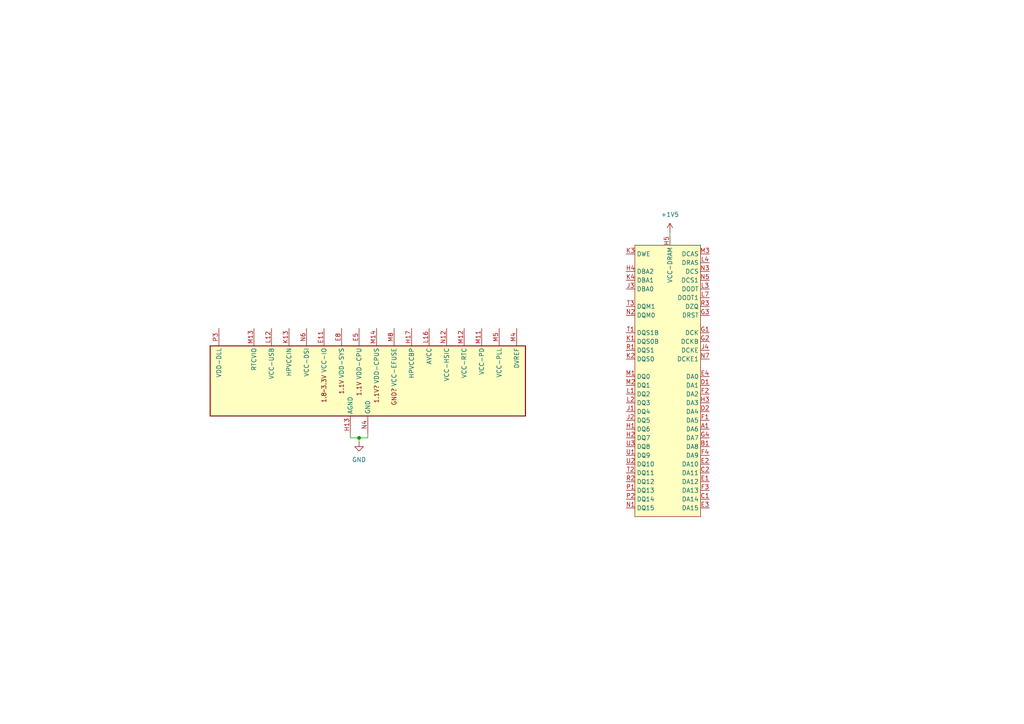
<source format=kicad_sch>
(kicad_sch (version 20250114) (generator "eeschema") (generator_version "9.0")
  (paper "A4")
  (title_block (title "Slate") (date "2025-06-07") (rev "v1.0") (company "Chengyin Yao (Cyao)") (comment 1 "https://github.com/cheyao/slate"))
  (lib_symbols
    (symbol "A33_1"
      (symbol "A33_1_1_1"
        (rectangle (start -43.18 10.16) (end 48.26 -10.16) (stroke (width 0.3048)) (fill (type background)))
        (text "1.8~3.3V" (at -10.16 -2.286 900) (effects (font (size 1.27 1.27))))
        (text "1.1V" (at -5.08 -1.778 900) (effects (font (size 1.27 1.27))))
        (text "1.1V" (at 0 -2.286 900) (effects (font (size 1.27 1.27))))
        (text "1.1V?" (at 5.08 -3.81 900) (effects (font (size 1.27 1.27))))
        (text "GND?" (at 10.16 -4.572 900) (effects (font (size 1.27 1.27))))
        (pin power_in line (at -40.64 15.24 270) (length 5.08) (name "VDD-DLL") (number "P3"))
        (pin power_in line (at -30.48 15.24 270) (length 5.08) (name "RTCVIO") (number "M13"))
        (pin power_in line (at -25.4 15.24 270) (length 5.08) (name "VCC-USB") (number "L12"))
        (pin power_in line (at -20.32 15.24 270) (length 5.08) (name "HPVCCIN") (number "K13"))
        (pin power_in line (at -15.24 15.24 270) (length 5.08) (name "VCC-DSI") (number "N6"))
        (pin power_in line (at -10.16 15.24 270) (length 5.08) (name "VCC-IO") (number "E11"))
        (pin power_in line (at -10.16 15.24 270) (length 5.08) (hide yes) (name "VCC-IO") (number "E12"))
        (pin power_in line (at -10.16 15.24 270) (length 5.08) (hide yes) (name "VCC-IO") (number "F11"))
        (pin power_in line (at -10.16 15.24 270) (length 5.08) (hide yes) (name "VCC-IO") (number "F12"))
        (pin power_in line (at -10.16 15.24 270) (length 5.08) (hide yes) (name "VCC-IO") (number "G12"))
        (pin power_in line (at -5.08 15.24 270) (length 5.08) (hide yes) (name "VDD-SYS") (number "E10"))
        (pin power_in line (at -5.08 15.24 270) (length 5.08) (name "VDD-SYS") (number "E8"))
        (pin power_in line (at -5.08 15.24 270) (length 5.08) (hide yes) (name "VDD-SYS") (number "E9"))
        (pin power_in line (at -5.08 15.24 270) (length 5.08) (hide yes) (name "VDD-SYS") (number "K6"))
        (pin power_in line (at -5.08 15.24 270) (length 5.08) (hide yes) (name "VDD-SYS") (number "L6"))
        (pin power_in line (at -5.08 15.24 270) (length 5.08) (hide yes) (name "VDD-SYS") (number "M6"))
        (pin power_in line (at -5.08 15.24 270) (length 5.08) (hide yes) (name "VDD-SYS") (number "M7"))
        (pin power_in line (at -5.08 15.24 270) (length 5.08) (hide yes) (name "VDD-SYS") (number "N10"))
        (pin power_in line (at -5.08 15.24 270) (length 5.08) (hide yes) (name "VDD-SYS") (number "N8"))
        (pin power_in line (at -5.08 15.24 270) (length 5.08) (hide yes) (name "VDD-SYS") (number "N9"))
        (pin power_in line (at -2.54 -15.24 90) (length 5.08) (name "AGND") (number "H13"))
        (pin power_in line (at 0 15.24 270) (length 5.08) (name "VDD-CPU") (number "E5"))
        (pin power_in line (at 0 15.24 270) (length 5.08) (hide yes) (name "VDD-CPU") (number "E6"))
        (pin power_in line (at 0 15.24 270) (length 5.08) (hide yes) (name "VDD-CPU") (number "E7"))
        (pin power_in line (at 0 15.24 270) (length 5.08) (hide yes) (name "VDD-CPU") (number "F5"))
        (pin power_in line (at 0 15.24 270) (length 5.08) (hide yes) (name "VDD-CPU") (number "F6"))
        (pin power_in line (at 0 15.24 270) (length 5.08) (hide yes) (name "VDD-CPU") (number "F7"))
        (pin power_in line (at 0 15.24 270) (length 5.08) (hide yes) (name "VDD-CPU") (number "G5"))
        (pin power_in line (at 0 15.24 270) (length 5.08) (hide yes) (name "VDD-CPU") (number "G6"))
        (pin power_in line (at 2.54 -15.24 90) (length 5.08) (hide yes) (name "GND") (number "F10"))
        (pin power_in line (at 2.54 -15.24 90) (length 5.08) (hide yes) (name "GND") (number "F8"))
        (pin power_in line (at 2.54 -15.24 90) (length 5.08) (hide yes) (name "GND") (number "F9"))
        (pin power_in line (at 2.54 -15.24 90) (length 5.08) (hide yes) (name "GND") (number "G10"))
        (pin power_in line (at 2.54 -15.24 90) (length 5.08) (hide yes) (name "GND") (number "G11"))
        (pin power_in line (at 2.54 -15.24 90) (length 5.08) (hide yes) (name "GND") (number "G7"))
        (pin power_in line (at 2.54 -15.24 90) (length 5.08) (hide yes) (name "GND") (number "G8"))
        (pin power_in line (at 2.54 -15.24 90) (length 5.08) (hide yes) (name "GND") (number "G9"))
        (pin power_in line (at 2.54 -15.24 90) (length 5.08) (hide yes) (name "GND") (number "H10"))
        (pin power_in line (at 2.54 -15.24 90) (length 5.08) (hide yes) (name "GND") (number "H11"))
        (pin power_in line (at 2.54 -15.24 90) (length 5.08) (hide yes) (name "GND") (number "H12"))
        (pin power_in line (at 2.54 -15.24 90) (length 5.08) (hide yes) (name "GND") (number "H7"))
        (pin power_in line (at 2.54 -15.24 90) (length 5.08) (hide yes) (name "GND") (number "H8"))
        (pin power_in line (at 2.54 -15.24 90) (length 5.08) (hide yes) (name "GND") (number "H9"))
        (pin power_in line (at 2.54 -15.24 90) (length 5.08) (hide yes) (name "GND") (number "J10"))
        (pin power_in line (at 2.54 -15.24 90) (length 5.08) (hide yes) (name "GND") (number "J11"))
        (pin power_in line (at 2.54 -15.24 90) (length 5.08) (hide yes) (name "GND") (number "J12"))
        (pin power_in line (at 2.54 -15.24 90) (length 5.08) (hide yes) (name "GND") (number "J7"))
        (pin power_in line (at 2.54 -15.24 90) (length 5.08) (hide yes) (name "GND") (number "J8"))
        (pin power_in line (at 2.54 -15.24 90) (length 5.08) (hide yes) (name "GND") (number "J9"))
        (pin power_in line (at 2.54 -15.24 90) (length 5.08) (hide yes) (name "GND") (number "K10"))
        (pin power_in line (at 2.54 -15.24 90) (length 5.08) (hide yes) (name "GND") (number "K11"))
        (pin power_in line (at 2.54 -15.24 90) (length 5.08) (hide yes) (name "GND") (number "K12"))
        (pin power_in line (at 2.54 -15.24 90) (length 5.08) (hide yes) (name "GND") (number "K7"))
        (pin power_in line (at 2.54 -15.24 90) (length 5.08) (hide yes) (name "GND") (number "K8"))
        (pin power_in line (at 2.54 -15.24 90) (length 5.08) (hide yes) (name "GND") (number "K9"))
        (pin power_in line (at 2.54 -15.24 90) (length 5.08) (hide yes) (name "GND") (number "L10"))
        (pin power_in line (at 2.54 -15.24 90) (length 5.08) (hide yes) (name "GND") (number "L11"))
        (pin power_in line (at 2.54 -15.24 90) (length 5.08) (hide yes) (name "GND") (number "L8"))
        (pin power_in line (at 2.54 -15.24 90) (length 5.08) (hide yes) (name "GND") (number "L9"))
        (pin power_in line (at 2.54 -15.24 90) (length 5.08) (hide yes) (name "GND") (number "M10"))
        (pin power_in line (at 2.54 -15.24 90) (length 5.08) (hide yes) (name "GND") (number "M9"))
        (pin power_in line (at 2.54 -15.24 90) (length 5.08) (name "GND") (number "N4"))
        (pin power_in line (at 5.08 15.24 270) (length 5.08) (name "VDD-CPUS") (number "M14"))
        (pin power_in line (at 10.16 15.24 270) (length 5.08) (name "VCC-EFUSE") (number "M8"))
        (pin power_in line (at 15.24 15.24 270) (length 5.08) (name "HPVCCBP") (number "H17"))
        (pin power_in line (at 20.32 15.24 270) (length 5.08) (name "AVCC") (number "L16"))
        (pin power_in line (at 25.4 15.24 270) (length 5.08) (name "VCC-HSIC") (number "N12"))
        (pin power_in line (at 30.48 15.24 270) (length 5.08) (name "VCC-RTC") (number "M12"))
        (pin power_in line (at 35.56 15.24 270) (length 5.08) (name "VCC-PD") (number "M11"))
        (pin power_in line (at 35.56 15.24 270) (length 5.08) (hide yes) (name "VCC-PD") (number "N11"))
        (pin power_in line (at 40.64 15.24 270) (length 5.08) (name "VCC-PLL") (number "M5"))
        (pin power_in line (at 45.72 15.24 270) (length 5.08) (name "DVREF") (number "M4"))
      )
      (symbol "A33_1_2_1"
        (rectangle (start -10.16 44.45) (end 8.89 -34.29) (fill (type background)))
        (pin output line (at -12.7 41.91 0) (length 2.54) (name "DWE") (number "K3"))
        (pin output line (at -12.7 36.83 0) (length 2.54) (name "DBA2") (number "H4"))
        (pin output line (at -12.7 34.29 0) (length 2.54) (name "DBA1") (number "K4"))
        (pin output line (at -12.7 31.75 0) (length 2.54) (name "DBA0") (number "J3"))
        (pin output line (at -12.7 26.67 0) (length 2.54) (name "DQM1") (number "T3"))
        (pin output line (at -12.7 24.13 0) (length 2.54) (name "DQM0") (number "N2"))
        (pin bidirectional line (at -12.7 19.05 0) (length 2.54) (name "DQS1B") (number "T1"))
        (pin bidirectional line (at -12.7 16.51 0) (length 2.54) (name "DQS0B") (number "K1"))
        (pin bidirectional line (at -12.7 13.97 0) (length 2.54) (name "DQS1") (number "R1"))
        (pin bidirectional line (at -12.7 11.43 0) (length 2.54) (name "DQS0") (number "K2"))
        (pin bidirectional line (at -12.7 6.35 0) (length 2.54) (name "DQ0") (number "M1"))
        (pin bidirectional line (at -12.7 3.81 0) (length 2.54) (name "DQ1") (number "M2"))
        (pin bidirectional line (at -12.7 1.27 0) (length 2.54) (name "DQ2") (number "L1"))
        (pin bidirectional line (at -12.7 -1.27 0) (length 2.54) (name "DQ3") (number "L2"))
        (pin bidirectional line (at -12.7 -3.81 0) (length 2.54) (name "DQ4") (number "J1"))
        (pin bidirectional line (at -12.7 -6.35 0) (length 2.54) (name "DQ5") (number "J2"))
        (pin bidirectional line (at -12.7 -8.89 0) (length 2.54) (name "DQ6") (number "H1"))
        (pin bidirectional line (at -12.7 -11.43 0) (length 2.54) (name "DQ7") (number "H2"))
        (pin bidirectional line (at -12.7 -13.97 0) (length 2.54) (name "DQ8") (number "U3"))
        (pin bidirectional line (at -12.7 -16.51 0) (length 2.54) (name "DQ9") (number "U1"))
        (pin bidirectional line (at -12.7 -19.05 0) (length 2.54) (name "DQ10") (number "U2"))
        (pin bidirectional line (at -12.7 -21.59 0) (length 2.54) (name "DQ11") (number "T2"))
        (pin bidirectional line (at -12.7 -24.13 0) (length 2.54) (name "DQ12") (number "R2"))
        (pin bidirectional line (at -12.7 -26.67 0) (length 2.54) (name "DQ13") (number "P1"))
        (pin bidirectional line (at -12.7 -29.21 0) (length 2.54) (name "DQ14") (number "P2"))
        (pin bidirectional line (at -12.7 -31.75 0) (length 2.54) (name "DQ15") (number "N1"))
        (pin power_in line (at 0 46.99 270) (length 2.54) (name "VCC-DRAM") (number "H5"))
        (pin power_in line (at 0 46.99 270) (length 2.54) (hide yes) (name "VCC-DRAM") (number "H6"))
        (pin power_in line (at 0 46.99 270) (length 2.54) (hide yes) (name "VCC-DRAM") (number "J5"))
        (pin power_in line (at 0 46.99 270) (length 2.54) (hide yes) (name "VCC-DRAM") (number "J6"))
        (pin power_in line (at 0 46.99 270) (length 2.54) (hide yes) (name "VCC-DRAM") (number "K5"))
        (pin power_in line (at 0 46.99 270) (length 2.54) (hide yes) (name "VCC-DRAM") (number "L5"))
        (pin output line (at 11.43 41.91 180) (length 2.54) (name "DCAS") (number "M3"))
        (pin output line (at 11.43 39.37 180) (length 2.54) (name "DRAS") (number "L4"))
        (pin output line (at 11.43 36.83 180) (length 2.54) (name "DCS") (number "N3"))
        (pin output line (at 11.43 34.29 180) (length 2.54) (name "DCS1") (number "N5"))
        (pin output line (at 11.43 31.75 180) (length 2.54) (name "DODT") (number "L3"))
        (pin output line (at 11.43 29.21 180) (length 2.54) (name "DODT1") (number "L7"))
        (pin output line (at 11.43 26.67 180) (length 2.54) (name "DZQ") (number "R3"))
        (pin output line (at 11.43 24.13 180) (length 2.54) (name "DRST") (number "G3"))
        (pin output line (at 11.43 19.05 180) (length 2.54) (name "DCK") (number "G1"))
        (pin output line (at 11.43 16.51 180) (length 2.54) (name "DCKB") (number "G2"))
        (pin output line (at 11.43 13.97 180) (length 2.54) (name "DCKE") (number "J4"))
        (pin output line (at 11.43 11.43 180) (length 2.54) (name "DCKE1") (number "N7"))
        (pin output line (at 11.43 6.35 180) (length 2.54) (name "DA0") (number "E4"))
        (pin output line (at 11.43 3.81 180) (length 2.54) (name "DA1") (number "D1"))
        (pin output line (at 11.43 1.27 180) (length 2.54) (name "DA2") (number "F2"))
        (pin output line (at 11.43 -1.27 180) (length 2.54) (name "DA3") (number "H3"))
        (pin output line (at 11.43 -3.81 180) (length 2.54) (name "DA4") (number "D2"))
        (pin output line (at 11.43 -6.35 180) (length 2.54) (name "DA5") (number "F1"))
        (pin output line (at 11.43 -8.89 180) (length 2.54) (name "DA6") (number "A1"))
        (pin output line (at 11.43 -11.43 180) (length 2.54) (name "DA7") (number "G4"))
        (pin output line (at 11.43 -13.97 180) (length 2.54) (name "DA8") (number "B1"))
        (pin output line (at 11.43 -16.51 180) (length 2.54) (name "DA9") (number "F4"))
        (pin output line (at 11.43 -19.05 180) (length 2.54) (name "DA10") (number "E2"))
        (pin output line (at 11.43 -21.59 180) (length 2.54) (name "DA11") (number "C2"))
        (pin output line (at 11.43 -24.13 180) (length 2.54) (name "DA12") (number "E1"))
        (pin output line (at 11.43 -26.67 180) (length 2.54) (name "DA13") (number "F3"))
        (pin output line (at 11.43 -29.21 180) (length 2.54) (name "DA14") (number "C1"))
        (pin output line (at 11.43 -31.75 180) (length 2.54) (name "DA15") (number "E3"))
      )
    )
    (symbol "power:+1V5" (power) (pin_numbers (hide yes)) (pin_names (offset 0) (hide yes))
      (property "Value" "+1V5" (at 0 3.556 0))
      (symbol "+1V5_0_1"
        (polyline (pts (xy -0.762 1.27) (xy 0 2.54)))
        (polyline (pts (xy 0 2.54) (xy 0.762 1.27)))
        (polyline (pts (xy 0 0) (xy 0 2.54)))
      )
      (symbol "+1V5_1_1"
        (pin power_in line (at 0 0 90) (length 0) (name "~") (number "1"))
      )
    )
    (symbol "power:GND" (power) (pin_numbers (hide yes)) (pin_names (offset 0) (hide yes))
      (property "Value" "GND" (at 0 -3.81 0))
      (symbol "GND_0_1"
        (polyline (pts (xy 0 0) (xy 0 -1.27) (xy 1.27 -1.27) (xy 0 -2.54) (xy -1.27 -1.27) (xy 0 -1.27)))
      )
      (symbol "GND_1_1"
        (pin power_in line (at 0 0 270) (length 0) (name "~") (number "1"))
      )
    )
    (symbol "slate-lib:A33"
      (symbol "A33_1_1"
        (rectangle (start -43.18 10.16) (end 48.26 -10.16) (stroke (width 0.3048)) (fill (type background)))
        (text "1.8~3.3V" (at -10.16 -2.286 900) (effects (font (size 1.27 1.27))))
        (text "1.1V" (at -5.08 -1.778 900) (effects (font (size 1.27 1.27))))
        (text "1.1V" (at 0 -2.286 900) (effects (font (size 1.27 1.27))))
        (text "1.1V?" (at 5.08 -3.81 900) (effects (font (size 1.27 1.27))))
        (text "GND?" (at 10.16 -4.572 900) (effects (font (size 1.27 1.27))))
        (pin power_in line (at -40.64 15.24 270) (length 5.08) (name "VDD-DLL") (number "P3"))
        (pin power_in line (at -30.48 15.24 270) (length 5.08) (name "RTCVIO") (number "M13"))
        (pin power_in line (at -25.4 15.24 270) (length 5.08) (name "VCC-USB") (number "L12"))
        (pin power_in line (at -20.32 15.24 270) (length 5.08) (name "HPVCCIN") (number "K13"))
        (pin power_in line (at -15.24 15.24 270) (length 5.08) (name "VCC-DSI") (number "N6"))
        (pin power_in line (at -10.16 15.24 270) (length 5.08) (name "VCC-IO") (number "E11"))
        (pin power_in line (at -10.16 15.24 270) (length 5.08) (hide yes) (name "VCC-IO") (number "E12"))
        (pin power_in line (at -10.16 15.24 270) (length 5.08) (hide yes) (name "VCC-IO") (number "F11"))
        (pin power_in line (at -10.16 15.24 270) (length 5.08) (hide yes) (name "VCC-IO") (number "F12"))
        (pin power_in line (at -10.16 15.24 270) (length 5.08) (hide yes) (name "VCC-IO") (number "G12"))
        (pin power_in line (at -5.08 15.24 270) (length 5.08) (hide yes) (name "VDD-SYS") (number "E10"))
        (pin power_in line (at -5.08 15.24 270) (length 5.08) (name "VDD-SYS") (number "E8"))
        (pin power_in line (at -5.08 15.24 270) (length 5.08) (hide yes) (name "VDD-SYS") (number "E9"))
        (pin power_in line (at -5.08 15.24 270) (length 5.08) (hide yes) (name "VDD-SYS") (number "K6"))
        (pin power_in line (at -5.08 15.24 270) (length 5.08) (hide yes) (name "VDD-SYS") (number "L6"))
        (pin power_in line (at -5.08 15.24 270) (length 5.08) (hide yes) (name "VDD-SYS") (number "M6"))
        (pin power_in line (at -5.08 15.24 270) (length 5.08) (hide yes) (name "VDD-SYS") (number "M7"))
        (pin power_in line (at -5.08 15.24 270) (length 5.08) (hide yes) (name "VDD-SYS") (number "N10"))
        (pin power_in line (at -5.08 15.24 270) (length 5.08) (hide yes) (name "VDD-SYS") (number "N8"))
        (pin power_in line (at -5.08 15.24 270) (length 5.08) (hide yes) (name "VDD-SYS") (number "N9"))
        (pin power_in line (at -2.54 -15.24 90) (length 5.08) (name "AGND") (number "H13"))
        (pin power_in line (at 0 15.24 270) (length 5.08) (name "VDD-CPU") (number "E5"))
        (pin power_in line (at 0 15.24 270) (length 5.08) (hide yes) (name "VDD-CPU") (number "E6"))
        (pin power_in line (at 0 15.24 270) (length 5.08) (hide yes) (name "VDD-CPU") (number "E7"))
        (pin power_in line (at 0 15.24 270) (length 5.08) (hide yes) (name "VDD-CPU") (number "F5"))
        (pin power_in line (at 0 15.24 270) (length 5.08) (hide yes) (name "VDD-CPU") (number "F6"))
        (pin power_in line (at 0 15.24 270) (length 5.08) (hide yes) (name "VDD-CPU") (number "F7"))
        (pin power_in line (at 0 15.24 270) (length 5.08) (hide yes) (name "VDD-CPU") (number "G5"))
        (pin power_in line (at 0 15.24 270) (length 5.08) (hide yes) (name "VDD-CPU") (number "G6"))
        (pin power_in line (at 2.54 -15.24 90) (length 5.08) (hide yes) (name "GND") (number "F10"))
        (pin power_in line (at 2.54 -15.24 90) (length 5.08) (hide yes) (name "GND") (number "F8"))
        (pin power_in line (at 2.54 -15.24 90) (length 5.08) (hide yes) (name "GND") (number "F9"))
        (pin power_in line (at 2.54 -15.24 90) (length 5.08) (hide yes) (name "GND") (number "G10"))
        (pin power_in line (at 2.54 -15.24 90) (length 5.08) (hide yes) (name "GND") (number "G11"))
        (pin power_in line (at 2.54 -15.24 90) (length 5.08) (hide yes) (name "GND") (number "G7"))
        (pin power_in line (at 2.54 -15.24 90) (length 5.08) (hide yes) (name "GND") (number "G8"))
        (pin power_in line (at 2.54 -15.24 90) (length 5.08) (hide yes) (name "GND") (number "G9"))
        (pin power_in line (at 2.54 -15.24 90) (length 5.08) (hide yes) (name "GND") (number "H10"))
        (pin power_in line (at 2.54 -15.24 90) (length 5.08) (hide yes) (name "GND") (number "H11"))
        (pin power_in line (at 2.54 -15.24 90) (length 5.08) (hide yes) (name "GND") (number "H12"))
        (pin power_in line (at 2.54 -15.24 90) (length 5.08) (hide yes) (name "GND") (number "H7"))
        (pin power_in line (at 2.54 -15.24 90) (length 5.08) (hide yes) (name "GND") (number "H8"))
        (pin power_in line (at 2.54 -15.24 90) (length 5.08) (hide yes) (name "GND") (number "H9"))
        (pin power_in line (at 2.54 -15.24 90) (length 5.08) (hide yes) (name "GND") (number "J10"))
        (pin power_in line (at 2.54 -15.24 90) (length 5.08) (hide yes) (name "GND") (number "J11"))
        (pin power_in line (at 2.54 -15.24 90) (length 5.08) (hide yes) (name "GND") (number "J12"))
        (pin power_in line (at 2.54 -15.24 90) (length 5.08) (hide yes) (name "GND") (number "J7"))
        (pin power_in line (at 2.54 -15.24 90) (length 5.08) (hide yes) (name "GND") (number "J8"))
        (pin power_in line (at 2.54 -15.24 90) (length 5.08) (hide yes) (name "GND") (number "J9"))
        (pin power_in line (at 2.54 -15.24 90) (length 5.08) (hide yes) (name "GND") (number "K10"))
        (pin power_in line (at 2.54 -15.24 90) (length 5.08) (hide yes) (name "GND") (number "K11"))
        (pin power_in line (at 2.54 -15.24 90) (length 5.08) (hide yes) (name "GND") (number "K12"))
        (pin power_in line (at 2.54 -15.24 90) (length 5.08) (hide yes) (name "GND") (number "K7"))
        (pin power_in line (at 2.54 -15.24 90) (length 5.08) (hide yes) (name "GND") (number "K8"))
        (pin power_in line (at 2.54 -15.24 90) (length 5.08) (hide yes) (name "GND") (number "K9"))
        (pin power_in line (at 2.54 -15.24 90) (length 5.08) (hide yes) (name "GND") (number "L10"))
        (pin power_in line (at 2.54 -15.24 90) (length 5.08) (hide yes) (name "GND") (number "L11"))
        (pin power_in line (at 2.54 -15.24 90) (length 5.08) (hide yes) (name "GND") (number "L8"))
        (pin power_in line (at 2.54 -15.24 90) (length 5.08) (hide yes) (name "GND") (number "L9"))
        (pin power_in line (at 2.54 -15.24 90) (length 5.08) (hide yes) (name "GND") (number "M10"))
        (pin power_in line (at 2.54 -15.24 90) (length 5.08) (hide yes) (name "GND") (number "M9"))
        (pin power_in line (at 2.54 -15.24 90) (length 5.08) (name "GND") (number "N4"))
        (pin power_in line (at 5.08 15.24 270) (length 5.08) (name "VDD-CPUS") (number "M14"))
        (pin power_in line (at 10.16 15.24 270) (length 5.08) (name "VCC-EFUSE") (number "M8"))
        (pin power_in line (at 15.24 15.24 270) (length 5.08) (name "HPVCCBP") (number "H17"))
        (pin power_in line (at 20.32 15.24 270) (length 5.08) (name "AVCC") (number "L16"))
        (pin power_in line (at 25.4 15.24 270) (length 5.08) (name "VCC-HSIC") (number "N12"))
        (pin power_in line (at 30.48 15.24 270) (length 5.08) (name "VCC-RTC") (number "M12"))
        (pin power_in line (at 35.56 15.24 270) (length 5.08) (name "VCC-PD") (number "M11"))
        (pin power_in line (at 35.56 15.24 270) (length 5.08) (hide yes) (name "VCC-PD") (number "N11"))
        (pin power_in line (at 40.64 15.24 270) (length 5.08) (name "VCC-PLL") (number "M5"))
        (pin power_in line (at 45.72 15.24 270) (length 5.08) (name "DVREF") (number "M4"))
      )
      (symbol "A33_2_1"
        (rectangle (start -10.16 44.45) (end 8.89 -34.29) (fill (type background)))
        (pin output line (at -12.7 41.91 0) (length 2.54) (name "DWE") (number "K3"))
        (pin output line (at -12.7 36.83 0) (length 2.54) (name "DBA2") (number "H4"))
        (pin output line (at -12.7 34.29 0) (length 2.54) (name "DBA1") (number "K4"))
        (pin output line (at -12.7 31.75 0) (length 2.54) (name "DBA0") (number "J3"))
        (pin output line (at -12.7 26.67 0) (length 2.54) (name "DQM1") (number "T3"))
        (pin output line (at -12.7 24.13 0) (length 2.54) (name "DQM0") (number "N2"))
        (pin bidirectional line (at -12.7 19.05 0) (length 2.54) (name "DQS1B") (number "T1"))
        (pin bidirectional line (at -12.7 16.51 0) (length 2.54) (name "DQS0B") (number "K1"))
        (pin bidirectional line (at -12.7 13.97 0) (length 2.54) (name "DQS1") (number "R1"))
        (pin bidirectional line (at -12.7 11.43 0) (length 2.54) (name "DQS0") (number "K2"))
        (pin bidirectional line (at -12.7 6.35 0) (length 2.54) (name "DQ0") (number "M1"))
        (pin bidirectional line (at -12.7 3.81 0) (length 2.54) (name "DQ1") (number "M2"))
        (pin bidirectional line (at -12.7 1.27 0) (length 2.54) (name "DQ2") (number "L1"))
        (pin bidirectional line (at -12.7 -1.27 0) (length 2.54) (name "DQ3") (number "L2"))
        (pin bidirectional line (at -12.7 -3.81 0) (length 2.54) (name "DQ4") (number "J1"))
        (pin bidirectional line (at -12.7 -6.35 0) (length 2.54) (name "DQ5") (number "J2"))
        (pin bidirectional line (at -12.7 -8.89 0) (length 2.54) (name "DQ6") (number "H1"))
        (pin bidirectional line (at -12.7 -11.43 0) (length 2.54) (name "DQ7") (number "H2"))
        (pin bidirectional line (at -12.7 -13.97 0) (length 2.54) (name "DQ8") (number "U3"))
        (pin bidirectional line (at -12.7 -16.51 0) (length 2.54) (name "DQ9") (number "U1"))
        (pin bidirectional line (at -12.7 -19.05 0) (length 2.54) (name "DQ10") (number "U2"))
        (pin bidirectional line (at -12.7 -21.59 0) (length 2.54) (name "DQ11") (number "T2"))
        (pin bidirectional line (at -12.7 -24.13 0) (length 2.54) (name "DQ12") (number "R2"))
        (pin bidirectional line (at -12.7 -26.67 0) (length 2.54) (name "DQ13") (number "P1"))
        (pin bidirectional line (at -12.7 -29.21 0) (length 2.54) (name "DQ14") (number "P2"))
        (pin bidirectional line (at -12.7 -31.75 0) (length 2.54) (name "DQ15") (number "N1"))
        (pin power_in line (at 0 46.99 270) (length 2.54) (name "VCC-DRAM") (number "H5"))
        (pin power_in line (at 0 46.99 270) (length 2.54) (hide yes) (name "VCC-DRAM") (number "H6"))
        (pin power_in line (at 0 46.99 270) (length 2.54) (hide yes) (name "VCC-DRAM") (number "J5"))
        (pin power_in line (at 0 46.99 270) (length 2.54) (hide yes) (name "VCC-DRAM") (number "J6"))
        (pin power_in line (at 0 46.99 270) (length 2.54) (hide yes) (name "VCC-DRAM") (number "K5"))
        (pin power_in line (at 0 46.99 270) (length 2.54) (hide yes) (name "VCC-DRAM") (number "L5"))
        (pin output line (at 11.43 41.91 180) (length 2.54) (name "DCAS") (number "M3"))
        (pin output line (at 11.43 39.37 180) (length 2.54) (name "DRAS") (number "L4"))
        (pin output line (at 11.43 36.83 180) (length 2.54) (name "DCS") (number "N3"))
        (pin output line (at 11.43 34.29 180) (length 2.54) (name "DCS1") (number "N5"))
        (pin output line (at 11.43 31.75 180) (length 2.54) (name "DODT") (number "L3"))
        (pin output line (at 11.43 29.21 180) (length 2.54) (name "DODT1") (number "L7"))
        (pin output line (at 11.43 26.67 180) (length 2.54) (name "DZQ") (number "R3"))
        (pin output line (at 11.43 24.13 180) (length 2.54) (name "DRST") (number "G3"))
        (pin output line (at 11.43 19.05 180) (length 2.54) (name "DCK") (number "G1"))
        (pin output line (at 11.43 16.51 180) (length 2.54) (name "DCKB") (number "G2"))
        (pin output line (at 11.43 13.97 180) (length 2.54) (name "DCKE") (number "J4"))
        (pin output line (at 11.43 11.43 180) (length 2.54) (name "DCKE1") (number "N7"))
        (pin output line (at 11.43 6.35 180) (length 2.54) (name "DA0") (number "E4"))
        (pin output line (at 11.43 3.81 180) (length 2.54) (name "DA1") (number "D1"))
        (pin output line (at 11.43 1.27 180) (length 2.54) (name "DA2") (number "F2"))
        (pin output line (at 11.43 -1.27 180) (length 2.54) (name "DA3") (number "H3"))
        (pin output line (at 11.43 -3.81 180) (length 2.54) (name "DA4") (number "D2"))
        (pin output line (at 11.43 -6.35 180) (length 2.54) (name "DA5") (number "F1"))
        (pin output line (at 11.43 -8.89 180) (length 2.54) (name "DA6") (number "A1"))
        (pin output line (at 11.43 -11.43 180) (length 2.54) (name "DA7") (number "G4"))
        (pin output line (at 11.43 -13.97 180) (length 2.54) (name "DA8") (number "B1"))
        (pin output line (at 11.43 -16.51 180) (length 2.54) (name "DA9") (number "F4"))
        (pin output line (at 11.43 -19.05 180) (length 2.54) (name "DA10") (number "E2"))
        (pin output line (at 11.43 -21.59 180) (length 2.54) (name "DA11") (number "C2"))
        (pin output line (at 11.43 -24.13 180) (length 2.54) (name "DA12") (number "E1"))
        (pin output line (at 11.43 -26.67 180) (length 2.54) (name "DA13") (number "F3"))
        (pin output line (at 11.43 -29.21 180) (length 2.54) (name "DA14") (number "C1"))
        (pin output line (at 11.43 -31.75 180) (length 2.54) (name "DA15") (number "E3"))
      )
    )
  )
  (junction (at 104.14 127))
  (wire (pts (xy 104.14 127) (xy 106.68 127)))
  (wire (pts (xy 194.31 67.31) (xy 194.31 68.58)))
  (wire (pts (xy 106.68 127) (xy 106.68 125.73)))
  (wire (pts (xy 104.14 127) (xy 104.14 128.27)))
  (wire (pts (xy 101.6 127) (xy 104.14 127)))
  (wire (pts (xy 101.6 127) (xy 101.6 125.73)))
  (symbol (lib_name "A33_1") (lib_id "slate-lib:A33") (at 194.31 115.57 0) (unit 2)
    (property "Reference" "U1" (effects (hide yes)))
    (property "Value" "A33" (effects (hide yes)))
    (property "Footprint" "slate-lib:TFBGA-282_14x14mm_Layout17x17_P0.8mm" (effects (hide yes)))
    (property "Datasheet" "https://jlcpcb.com/api/file/downloadByFileSystemAccessId/8588907039599181824" (effects (hide yes)))
    (property "Description" "Allwinner A33 microprocessor" (effects (hide yes)))
  )
  (symbol (lib_id "slate-lib:A33") (at 104.14 110.49 0) (unit 1)
    (property "Reference" "U1" (effects (hide yes)))
    (property "Value" "A33" (effects (hide yes)))
    (property "Footprint" "slate-lib:TFBGA-282_14x14mm_Layout17x17_P0.8mm" (effects (hide yes)))
    (property "Datasheet" "https://jlcpcb.com/api/file/downloadByFileSystemAccessId/8588907039599181824" (effects (hide yes)))
    (property "Description" "Allwinner A33 microprocessor" (effects (hide yes)))
  )
  (symbol (lib_id "power:GND") (at 104.14 128.27 0) (mirror y) (unit 1)
    (property "Reference" "#PWR01" (effects (hide yes)))
    (property "Value" "GND" (at 104.14 133.35 0))
    (property "Description" "Power symbol creates a global label with name \"GND\" , ground" (effects (hide yes)))
  )
  (symbol (lib_id "power:+1V5") (at 194.31 67.31 0) (unit 1)
    (property "Reference" "#PWR08" (effects (hide yes)))
    (property "Value" "+1V5" (at 194.31 62.23 0))
    (property "Description" "Power symbol creates a global label with name \"+1V5\"" (effects (hide yes)))
  )
)
</source>
